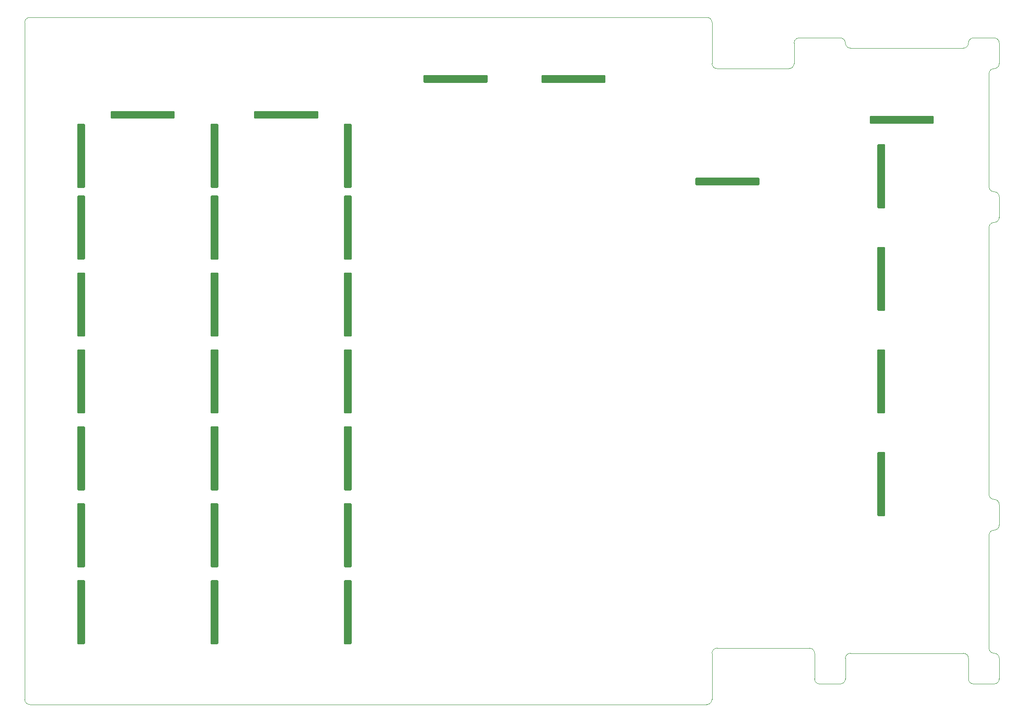
<source format=gbr>
G04 #@! TF.GenerationSoftware,KiCad,Pcbnew,6.0.10+dfsg-1~bpo11+1*
G04 #@! TF.ProjectId,storage,73746f72-6167-4652-9e6b-696361645f70,5.0*
G04 #@! TF.SameCoordinates,Original*
G04 #@! TF.FileFunction,Paste,Bot*
G04 #@! TF.FilePolarity,Positive*
%FSLAX46Y46*%
G04 Gerber Fmt 4.6, Leading zero omitted, Abs format (unit mm)*
%MOMM*%
%LPD*%
G01*
G04 APERTURE LIST*
G04 #@! TA.AperFunction,Profile*
%ADD10C,0.120000*%
G04 #@! TD*
G04 APERTURE END LIST*
D10*
X203000000Y-149000000D02*
X185000000Y-149000000D01*
X240000000Y-151000000D02*
X240000000Y-155000000D01*
X210000000Y-151000000D02*
X210000000Y-155000000D01*
X209000000Y-156000000D02*
X205000000Y-156000000D01*
X240000000Y-121000000D02*
X240000000Y-125000000D01*
X201000000Y-30000000D02*
X209000000Y-30000000D01*
X185000000Y-36000000D02*
X199000000Y-36000000D01*
X233000000Y-150000000D02*
X211000000Y-150000000D01*
X240000000Y-31000000D02*
X240000000Y-35000000D01*
X239000000Y-156000000D02*
X235000000Y-156000000D01*
X238000000Y-67000000D02*
X238000000Y-119000000D01*
X184000000Y-150000000D02*
X184000000Y-159000000D01*
X200000000Y-35000000D02*
X200000000Y-31000000D01*
X183000000Y-160000000D02*
X51000000Y-160000000D01*
X234000000Y-155000000D02*
X234000000Y-151000000D01*
X204000000Y-155000000D02*
X204000000Y-150000000D01*
X51000000Y-26000000D02*
X183000000Y-26000000D01*
X184000000Y-27000000D02*
X184000000Y-35000000D01*
X235000000Y-30000000D02*
X239000000Y-30000000D01*
X211000000Y-32000000D02*
X233000000Y-32000000D01*
X238000000Y-127000000D02*
X238000000Y-149000000D01*
X238000000Y-37000000D02*
X238000000Y-59000000D01*
X240000000Y-61000000D02*
X240000000Y-65000000D01*
X50000000Y-159000000D02*
X50000000Y-27000000D01*
X239000000Y-36000000D02*
G75*
G03*
X240000000Y-35000000I0J1000000D01*
G01*
X211000000Y-150000000D02*
G75*
G03*
X210000000Y-151000000I0J-1000000D01*
G01*
X204000000Y-155000000D02*
G75*
G03*
X205000000Y-156000000I1000000J0D01*
G01*
X184000000Y-27000000D02*
G75*
G03*
X183000000Y-26000000I-1000000J0D01*
G01*
X240000000Y-121000000D02*
G75*
G03*
X239000000Y-120000000I-1000000J0D01*
G01*
X238000000Y-59000000D02*
G75*
G03*
X239000000Y-60000000I1000000J0D01*
G01*
X239000000Y-36000000D02*
G75*
G03*
X238000000Y-37000000I0J-1000000D01*
G01*
X239000000Y-126000000D02*
G75*
G03*
X240000000Y-125000000I0J1000000D01*
G01*
X240000000Y-61000000D02*
G75*
G03*
X239000000Y-60000000I-1000000J0D01*
G01*
X199000000Y-36000000D02*
G75*
G03*
X200000000Y-35000000I0J1000000D01*
G01*
X233000000Y-32000000D02*
G75*
G03*
X234000000Y-31000000I0J1000000D01*
G01*
X210000000Y-31000000D02*
G75*
G03*
X209000000Y-30000000I-1000000J0D01*
G01*
X210000000Y-31000000D02*
G75*
G03*
X211000000Y-32000000I1000000J0D01*
G01*
X185000000Y-149000000D02*
G75*
G03*
X184000000Y-150000000I0J-1000000D01*
G01*
X238000000Y-149000000D02*
G75*
G03*
X239000000Y-150000000I1000000J0D01*
G01*
X201000000Y-30000000D02*
G75*
G03*
X200000000Y-31000000I0J-1000000D01*
G01*
X234000000Y-155000000D02*
G75*
G03*
X235000000Y-156000000I1000000J0D01*
G01*
X239000000Y-156000000D02*
G75*
G03*
X240000000Y-155000000I0J1000000D01*
G01*
X238000000Y-119000000D02*
G75*
G03*
X239000000Y-120000000I1000000J0D01*
G01*
X239000000Y-126000000D02*
G75*
G03*
X238000000Y-127000000I0J-1000000D01*
G01*
X240000000Y-31000000D02*
G75*
G03*
X239000000Y-30000000I-1000000J0D01*
G01*
X204000000Y-150000000D02*
G75*
G03*
X203000000Y-149000000I-1000000J0D01*
G01*
X50000000Y-159000000D02*
G75*
G03*
X51000000Y-160000000I999999J-1D01*
G01*
X234000000Y-151000000D02*
G75*
G03*
X233000000Y-150000000I-1000000J0D01*
G01*
X209000000Y-156000000D02*
G75*
G03*
X210000000Y-155000000I0J1000000D01*
G01*
X51000000Y-26000000D02*
G75*
G03*
X50000000Y-27000000I-1J-999999D01*
G01*
X239000000Y-66000000D02*
G75*
G03*
X240000000Y-65000000I0J1000000D01*
G01*
X184000000Y-35000000D02*
G75*
G03*
X185000000Y-36000000I1000000J0D01*
G01*
X235000000Y-30000000D02*
G75*
G03*
X234000000Y-31000000I0J-1000000D01*
G01*
X239000000Y-66000000D02*
G75*
G03*
X238000000Y-67000000I0J-1000000D01*
G01*
X183000000Y-160000000D02*
G75*
G03*
X184000000Y-159000000I0J1000000D01*
G01*
X240000000Y-151000000D02*
G75*
G03*
X239000000Y-150000000I-1000000J0D01*
G01*
G36*
G01*
X79250000Y-44400000D02*
X79250000Y-45600000D01*
G75*
G02*
X79100000Y-45750000I-150000J0D01*
G01*
X66900000Y-45750000D01*
G75*
G02*
X66750000Y-45600000I0J150000D01*
G01*
X66750000Y-44400000D01*
G75*
G02*
X66900000Y-44250000I150000J0D01*
G01*
X79100000Y-44250000D01*
G75*
G02*
X79250000Y-44400000I0J-150000D01*
G01*
G37*
G36*
G01*
X107250000Y-44400000D02*
X107250000Y-45600000D01*
G75*
G02*
X107100000Y-45750000I-150000J0D01*
G01*
X94900000Y-45750000D01*
G75*
G02*
X94750000Y-45600000I0J150000D01*
G01*
X94750000Y-44400000D01*
G75*
G02*
X94900000Y-44250000I150000J0D01*
G01*
X107100000Y-44250000D01*
G75*
G02*
X107250000Y-44400000I0J-150000D01*
G01*
G37*
G36*
G01*
X61600000Y-133250000D02*
X60400000Y-133250000D01*
G75*
G02*
X60250000Y-133100000I0J150000D01*
G01*
X60250000Y-120900000D01*
G75*
G02*
X60400000Y-120750000I150000J0D01*
G01*
X61600000Y-120750000D01*
G75*
G02*
X61750000Y-120900000I0J-150000D01*
G01*
X61750000Y-133100000D01*
G75*
G02*
X61600000Y-133250000I-150000J0D01*
G01*
G37*
G36*
G01*
X112400000Y-135750000D02*
X113600000Y-135750000D01*
G75*
G02*
X113750000Y-135900000I0J-150000D01*
G01*
X113750000Y-148100000D01*
G75*
G02*
X113600000Y-148250000I-150000J0D01*
G01*
X112400000Y-148250000D01*
G75*
G02*
X112250000Y-148100000I0J150000D01*
G01*
X112250000Y-135900000D01*
G75*
G02*
X112400000Y-135750000I150000J0D01*
G01*
G37*
G36*
G01*
X216400000Y-90750000D02*
X217600000Y-90750000D01*
G75*
G02*
X217750000Y-90900000I0J-150000D01*
G01*
X217750000Y-103100000D01*
G75*
G02*
X217600000Y-103250000I-150000J0D01*
G01*
X216400000Y-103250000D01*
G75*
G02*
X216250000Y-103100000I0J150000D01*
G01*
X216250000Y-90900000D01*
G75*
G02*
X216400000Y-90750000I150000J0D01*
G01*
G37*
G36*
G01*
X60400000Y-135750000D02*
X61600000Y-135750000D01*
G75*
G02*
X61750000Y-135900000I0J-150000D01*
G01*
X61750000Y-148100000D01*
G75*
G02*
X61600000Y-148250000I-150000J0D01*
G01*
X60400000Y-148250000D01*
G75*
G02*
X60250000Y-148100000I0J150000D01*
G01*
X60250000Y-135900000D01*
G75*
G02*
X60400000Y-135750000I150000J0D01*
G01*
G37*
G36*
G01*
X60400000Y-105750000D02*
X61600000Y-105750000D01*
G75*
G02*
X61750000Y-105900000I0J-150000D01*
G01*
X61750000Y-118100000D01*
G75*
G02*
X61600000Y-118250000I-150000J0D01*
G01*
X60400000Y-118250000D01*
G75*
G02*
X60250000Y-118100000I0J150000D01*
G01*
X60250000Y-105900000D01*
G75*
G02*
X60400000Y-105750000I150000J0D01*
G01*
G37*
G36*
G01*
X86400000Y-75750000D02*
X87600000Y-75750000D01*
G75*
G02*
X87750000Y-75900000I0J-150000D01*
G01*
X87750000Y-88100000D01*
G75*
G02*
X87600000Y-88250000I-150000J0D01*
G01*
X86400000Y-88250000D01*
G75*
G02*
X86250000Y-88100000I0J150000D01*
G01*
X86250000Y-75900000D01*
G75*
G02*
X86400000Y-75750000I150000J0D01*
G01*
G37*
G36*
G01*
X60400000Y-60750000D02*
X61600000Y-60750000D01*
G75*
G02*
X61750000Y-60900000I0J-150000D01*
G01*
X61750000Y-73100000D01*
G75*
G02*
X61600000Y-73250000I-150000J0D01*
G01*
X60400000Y-73250000D01*
G75*
G02*
X60250000Y-73100000I0J150000D01*
G01*
X60250000Y-60900000D01*
G75*
G02*
X60400000Y-60750000I150000J0D01*
G01*
G37*
G36*
G01*
X216400000Y-50750000D02*
X217600000Y-50750000D01*
G75*
G02*
X217750000Y-50900000I0J-150000D01*
G01*
X217750000Y-63100000D01*
G75*
G02*
X217600000Y-63250000I-150000J0D01*
G01*
X216400000Y-63250000D01*
G75*
G02*
X216250000Y-63100000I0J150000D01*
G01*
X216250000Y-50900000D01*
G75*
G02*
X216400000Y-50750000I150000J0D01*
G01*
G37*
G36*
G01*
X227250000Y-45400000D02*
X227250000Y-46600000D01*
G75*
G02*
X227100000Y-46750000I-150000J0D01*
G01*
X214900000Y-46750000D01*
G75*
G02*
X214750000Y-46600000I0J150000D01*
G01*
X214750000Y-45400000D01*
G75*
G02*
X214900000Y-45250000I150000J0D01*
G01*
X227100000Y-45250000D01*
G75*
G02*
X227250000Y-45400000I0J-150000D01*
G01*
G37*
G36*
G01*
X112400000Y-46750000D02*
X113600000Y-46750000D01*
G75*
G02*
X113750000Y-46900000I0J-150000D01*
G01*
X113750000Y-59100000D01*
G75*
G02*
X113600000Y-59250000I-150000J0D01*
G01*
X112400000Y-59250000D01*
G75*
G02*
X112250000Y-59100000I0J150000D01*
G01*
X112250000Y-46900000D01*
G75*
G02*
X112400000Y-46750000I150000J0D01*
G01*
G37*
G36*
G01*
X60400000Y-46750000D02*
X61600000Y-46750000D01*
G75*
G02*
X61750000Y-46900000I0J-150000D01*
G01*
X61750000Y-59100000D01*
G75*
G02*
X61600000Y-59250000I-150000J0D01*
G01*
X60400000Y-59250000D01*
G75*
G02*
X60250000Y-59100000I0J150000D01*
G01*
X60250000Y-46900000D01*
G75*
G02*
X60400000Y-46750000I150000J0D01*
G01*
G37*
G36*
G01*
X86400000Y-135750000D02*
X87600000Y-135750000D01*
G75*
G02*
X87750000Y-135900000I0J-150000D01*
G01*
X87750000Y-148100000D01*
G75*
G02*
X87600000Y-148250000I-150000J0D01*
G01*
X86400000Y-148250000D01*
G75*
G02*
X86250000Y-148100000I0J150000D01*
G01*
X86250000Y-135900000D01*
G75*
G02*
X86400000Y-135750000I150000J0D01*
G01*
G37*
G36*
G01*
X216400000Y-70750000D02*
X217600000Y-70750000D01*
G75*
G02*
X217750000Y-70900000I0J-150000D01*
G01*
X217750000Y-83100000D01*
G75*
G02*
X217600000Y-83250000I-150000J0D01*
G01*
X216400000Y-83250000D01*
G75*
G02*
X216250000Y-83100000I0J150000D01*
G01*
X216250000Y-70900000D01*
G75*
G02*
X216400000Y-70750000I150000J0D01*
G01*
G37*
G36*
G01*
X112400000Y-75750000D02*
X113600000Y-75750000D01*
G75*
G02*
X113750000Y-75900000I0J-150000D01*
G01*
X113750000Y-88100000D01*
G75*
G02*
X113600000Y-88250000I-150000J0D01*
G01*
X112400000Y-88250000D01*
G75*
G02*
X112250000Y-88100000I0J150000D01*
G01*
X112250000Y-75900000D01*
G75*
G02*
X112400000Y-75750000I150000J0D01*
G01*
G37*
G36*
G01*
X86400000Y-60750000D02*
X87600000Y-60750000D01*
G75*
G02*
X87750000Y-60900000I0J-150000D01*
G01*
X87750000Y-73100000D01*
G75*
G02*
X87600000Y-73250000I-150000J0D01*
G01*
X86400000Y-73250000D01*
G75*
G02*
X86250000Y-73100000I0J150000D01*
G01*
X86250000Y-60900000D01*
G75*
G02*
X86400000Y-60750000I150000J0D01*
G01*
G37*
G36*
G01*
X112400000Y-60750000D02*
X113600000Y-60750000D01*
G75*
G02*
X113750000Y-60900000I0J-150000D01*
G01*
X113750000Y-73100000D01*
G75*
G02*
X113600000Y-73250000I-150000J0D01*
G01*
X112400000Y-73250000D01*
G75*
G02*
X112250000Y-73100000I0J150000D01*
G01*
X112250000Y-60900000D01*
G75*
G02*
X112400000Y-60750000I150000J0D01*
G01*
G37*
G36*
G01*
X86400000Y-120750000D02*
X87600000Y-120750000D01*
G75*
G02*
X87750000Y-120900000I0J-150000D01*
G01*
X87750000Y-133100000D01*
G75*
G02*
X87600000Y-133250000I-150000J0D01*
G01*
X86400000Y-133250000D01*
G75*
G02*
X86250000Y-133100000I0J150000D01*
G01*
X86250000Y-120900000D01*
G75*
G02*
X86400000Y-120750000I150000J0D01*
G01*
G37*
G36*
G01*
X60400000Y-75750000D02*
X61600000Y-75750000D01*
G75*
G02*
X61750000Y-75900000I0J-150000D01*
G01*
X61750000Y-88100000D01*
G75*
G02*
X61600000Y-88250000I-150000J0D01*
G01*
X60400000Y-88250000D01*
G75*
G02*
X60250000Y-88100000I0J150000D01*
G01*
X60250000Y-75900000D01*
G75*
G02*
X60400000Y-75750000I150000J0D01*
G01*
G37*
G36*
G01*
X112400000Y-120750000D02*
X113600000Y-120750000D01*
G75*
G02*
X113750000Y-120900000I0J-150000D01*
G01*
X113750000Y-133100000D01*
G75*
G02*
X113600000Y-133250000I-150000J0D01*
G01*
X112400000Y-133250000D01*
G75*
G02*
X112250000Y-133100000I0J150000D01*
G01*
X112250000Y-120900000D01*
G75*
G02*
X112400000Y-120750000I150000J0D01*
G01*
G37*
G36*
G01*
X163250000Y-37400000D02*
X163250000Y-38600000D01*
G75*
G02*
X163100000Y-38750000I-150000J0D01*
G01*
X150900000Y-38750000D01*
G75*
G02*
X150750000Y-38600000I0J150000D01*
G01*
X150750000Y-37400000D01*
G75*
G02*
X150900000Y-37250000I150000J0D01*
G01*
X163100000Y-37250000D01*
G75*
G02*
X163250000Y-37400000I0J-150000D01*
G01*
G37*
G36*
G01*
X216400000Y-110750000D02*
X217600000Y-110750000D01*
G75*
G02*
X217750000Y-110900000I0J-150000D01*
G01*
X217750000Y-123100000D01*
G75*
G02*
X217600000Y-123250000I-150000J0D01*
G01*
X216400000Y-123250000D01*
G75*
G02*
X216250000Y-123100000I0J150000D01*
G01*
X216250000Y-110900000D01*
G75*
G02*
X216400000Y-110750000I150000J0D01*
G01*
G37*
G36*
G01*
X112400000Y-90750000D02*
X113600000Y-90750000D01*
G75*
G02*
X113750000Y-90900000I0J-150000D01*
G01*
X113750000Y-103100000D01*
G75*
G02*
X113600000Y-103250000I-150000J0D01*
G01*
X112400000Y-103250000D01*
G75*
G02*
X112250000Y-103100000I0J150000D01*
G01*
X112250000Y-90900000D01*
G75*
G02*
X112400000Y-90750000I150000J0D01*
G01*
G37*
G36*
G01*
X86400000Y-105750000D02*
X87600000Y-105750000D01*
G75*
G02*
X87750000Y-105900000I0J-150000D01*
G01*
X87750000Y-118100000D01*
G75*
G02*
X87600000Y-118250000I-150000J0D01*
G01*
X86400000Y-118250000D01*
G75*
G02*
X86250000Y-118100000I0J150000D01*
G01*
X86250000Y-105900000D01*
G75*
G02*
X86400000Y-105750000I150000J0D01*
G01*
G37*
G36*
G01*
X112400000Y-105750000D02*
X113600000Y-105750000D01*
G75*
G02*
X113750000Y-105900000I0J-150000D01*
G01*
X113750000Y-118100000D01*
G75*
G02*
X113600000Y-118250000I-150000J0D01*
G01*
X112400000Y-118250000D01*
G75*
G02*
X112250000Y-118100000I0J150000D01*
G01*
X112250000Y-105900000D01*
G75*
G02*
X112400000Y-105750000I150000J0D01*
G01*
G37*
G36*
G01*
X86400000Y-90750000D02*
X87600000Y-90750000D01*
G75*
G02*
X87750000Y-90900000I0J-150000D01*
G01*
X87750000Y-103100000D01*
G75*
G02*
X87600000Y-103250000I-150000J0D01*
G01*
X86400000Y-103250000D01*
G75*
G02*
X86250000Y-103100000I0J150000D01*
G01*
X86250000Y-90900000D01*
G75*
G02*
X86400000Y-90750000I150000J0D01*
G01*
G37*
G36*
G01*
X86400000Y-46750000D02*
X87600000Y-46750000D01*
G75*
G02*
X87750000Y-46900000I0J-150000D01*
G01*
X87750000Y-59100000D01*
G75*
G02*
X87600000Y-59250000I-150000J0D01*
G01*
X86400000Y-59250000D01*
G75*
G02*
X86250000Y-59100000I0J150000D01*
G01*
X86250000Y-46900000D01*
G75*
G02*
X86400000Y-46750000I150000J0D01*
G01*
G37*
G36*
G01*
X60400000Y-90750000D02*
X61600000Y-90750000D01*
G75*
G02*
X61750000Y-90900000I0J-150000D01*
G01*
X61750000Y-103100000D01*
G75*
G02*
X61600000Y-103250000I-150000J0D01*
G01*
X60400000Y-103250000D01*
G75*
G02*
X60250000Y-103100000I0J150000D01*
G01*
X60250000Y-90900000D01*
G75*
G02*
X60400000Y-90750000I150000J0D01*
G01*
G37*
G36*
G01*
X140250000Y-37400000D02*
X140250000Y-38600000D01*
G75*
G02*
X140100000Y-38750000I-150000J0D01*
G01*
X127900000Y-38750000D01*
G75*
G02*
X127750000Y-38600000I0J150000D01*
G01*
X127750000Y-37400000D01*
G75*
G02*
X127900000Y-37250000I150000J0D01*
G01*
X140100000Y-37250000D01*
G75*
G02*
X140250000Y-37400000I0J-150000D01*
G01*
G37*
G36*
G01*
X193250000Y-57400000D02*
X193250000Y-58600000D01*
G75*
G02*
X193100000Y-58750000I-150000J0D01*
G01*
X180900000Y-58750000D01*
G75*
G02*
X180750000Y-58600000I0J150000D01*
G01*
X180750000Y-57400000D01*
G75*
G02*
X180900000Y-57250000I150000J0D01*
G01*
X193100000Y-57250000D01*
G75*
G02*
X193250000Y-57400000I0J-150000D01*
G01*
G37*
M02*

</source>
